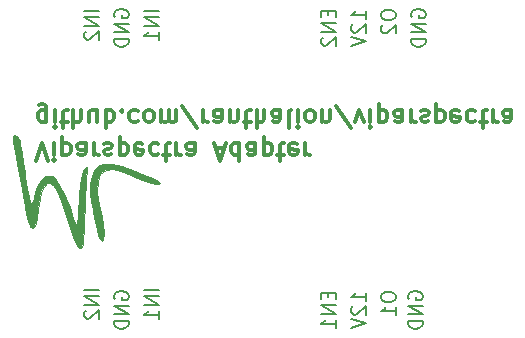
<source format=gbr>
G04 #@! TF.GenerationSoftware,KiCad,Pcbnew,(5.0.1)-3*
G04 #@! TF.CreationDate,2020-03-18T22:13:10-04:00*
G04 #@! TF.ProjectId,viparspectra-adapter,7669706172737065637472612D616461,rev?*
G04 #@! TF.SameCoordinates,Original*
G04 #@! TF.FileFunction,Legend,Bot*
G04 #@! TF.FilePolarity,Positive*
%FSLAX46Y46*%
G04 Gerber Fmt 4.6, Leading zero omitted, Abs format (unit mm)*
G04 Created by KiCad (PCBNEW (5.0.1)-3) date 3/18/2020 10:13:11 PM*
%MOMM*%
%LPD*%
G01*
G04 APERTURE LIST*
%ADD10C,0.300000*%
%ADD11C,0.200000*%
%ADD12C,0.010000*%
G04 APERTURE END LIST*
D10*
X132026857Y-79569428D02*
X132026857Y-78355142D01*
X131955428Y-78212285D01*
X131884000Y-78140857D01*
X131741142Y-78069428D01*
X131526857Y-78069428D01*
X131384000Y-78140857D01*
X132026857Y-78640857D02*
X131884000Y-78569428D01*
X131598285Y-78569428D01*
X131455428Y-78640857D01*
X131384000Y-78712285D01*
X131312571Y-78855142D01*
X131312571Y-79283714D01*
X131384000Y-79426571D01*
X131455428Y-79498000D01*
X131598285Y-79569428D01*
X131884000Y-79569428D01*
X132026857Y-79498000D01*
X132741142Y-78569428D02*
X132741142Y-79569428D01*
X132741142Y-80069428D02*
X132669714Y-79998000D01*
X132741142Y-79926571D01*
X132812571Y-79998000D01*
X132741142Y-80069428D01*
X132741142Y-79926571D01*
X133241142Y-79569428D02*
X133812571Y-79569428D01*
X133455428Y-80069428D02*
X133455428Y-78783714D01*
X133526857Y-78640857D01*
X133669714Y-78569428D01*
X133812571Y-78569428D01*
X134312571Y-78569428D02*
X134312571Y-80069428D01*
X134955428Y-78569428D02*
X134955428Y-79355142D01*
X134884000Y-79498000D01*
X134741142Y-79569428D01*
X134526857Y-79569428D01*
X134384000Y-79498000D01*
X134312571Y-79426571D01*
X136312571Y-79569428D02*
X136312571Y-78569428D01*
X135669714Y-79569428D02*
X135669714Y-78783714D01*
X135741142Y-78640857D01*
X135884000Y-78569428D01*
X136098285Y-78569428D01*
X136241142Y-78640857D01*
X136312571Y-78712285D01*
X137026857Y-78569428D02*
X137026857Y-80069428D01*
X137026857Y-79498000D02*
X137169714Y-79569428D01*
X137455428Y-79569428D01*
X137598285Y-79498000D01*
X137669714Y-79426571D01*
X137741142Y-79283714D01*
X137741142Y-78855142D01*
X137669714Y-78712285D01*
X137598285Y-78640857D01*
X137455428Y-78569428D01*
X137169714Y-78569428D01*
X137026857Y-78640857D01*
X138384000Y-78712285D02*
X138455428Y-78640857D01*
X138384000Y-78569428D01*
X138312571Y-78640857D01*
X138384000Y-78712285D01*
X138384000Y-78569428D01*
X139741142Y-78640857D02*
X139598285Y-78569428D01*
X139312571Y-78569428D01*
X139169714Y-78640857D01*
X139098285Y-78712285D01*
X139026857Y-78855142D01*
X139026857Y-79283714D01*
X139098285Y-79426571D01*
X139169714Y-79498000D01*
X139312571Y-79569428D01*
X139598285Y-79569428D01*
X139741142Y-79498000D01*
X140598285Y-78569428D02*
X140455428Y-78640857D01*
X140384000Y-78712285D01*
X140312571Y-78855142D01*
X140312571Y-79283714D01*
X140384000Y-79426571D01*
X140455428Y-79498000D01*
X140598285Y-79569428D01*
X140812571Y-79569428D01*
X140955428Y-79498000D01*
X141026857Y-79426571D01*
X141098285Y-79283714D01*
X141098285Y-78855142D01*
X141026857Y-78712285D01*
X140955428Y-78640857D01*
X140812571Y-78569428D01*
X140598285Y-78569428D01*
X141741142Y-78569428D02*
X141741142Y-79569428D01*
X141741142Y-79426571D02*
X141812571Y-79498000D01*
X141955428Y-79569428D01*
X142169714Y-79569428D01*
X142312571Y-79498000D01*
X142384000Y-79355142D01*
X142384000Y-78569428D01*
X142384000Y-79355142D02*
X142455428Y-79498000D01*
X142598285Y-79569428D01*
X142812571Y-79569428D01*
X142955428Y-79498000D01*
X143026857Y-79355142D01*
X143026857Y-78569428D01*
X144812571Y-80140857D02*
X143526857Y-78212285D01*
X145312571Y-78569428D02*
X145312571Y-79569428D01*
X145312571Y-79283714D02*
X145384000Y-79426571D01*
X145455428Y-79498000D01*
X145598285Y-79569428D01*
X145741142Y-79569428D01*
X146884000Y-78569428D02*
X146884000Y-79355142D01*
X146812571Y-79498000D01*
X146669714Y-79569428D01*
X146384000Y-79569428D01*
X146241142Y-79498000D01*
X146884000Y-78640857D02*
X146741142Y-78569428D01*
X146384000Y-78569428D01*
X146241142Y-78640857D01*
X146169714Y-78783714D01*
X146169714Y-78926571D01*
X146241142Y-79069428D01*
X146384000Y-79140857D01*
X146741142Y-79140857D01*
X146884000Y-79212285D01*
X147598285Y-79569428D02*
X147598285Y-78569428D01*
X147598285Y-79426571D02*
X147669714Y-79498000D01*
X147812571Y-79569428D01*
X148026857Y-79569428D01*
X148169714Y-79498000D01*
X148241142Y-79355142D01*
X148241142Y-78569428D01*
X148741142Y-79569428D02*
X149312571Y-79569428D01*
X148955428Y-80069428D02*
X148955428Y-78783714D01*
X149026857Y-78640857D01*
X149169714Y-78569428D01*
X149312571Y-78569428D01*
X149812571Y-78569428D02*
X149812571Y-80069428D01*
X150455428Y-78569428D02*
X150455428Y-79355142D01*
X150384000Y-79498000D01*
X150241142Y-79569428D01*
X150026857Y-79569428D01*
X149884000Y-79498000D01*
X149812571Y-79426571D01*
X151812571Y-78569428D02*
X151812571Y-79355142D01*
X151741142Y-79498000D01*
X151598285Y-79569428D01*
X151312571Y-79569428D01*
X151169714Y-79498000D01*
X151812571Y-78640857D02*
X151669714Y-78569428D01*
X151312571Y-78569428D01*
X151169714Y-78640857D01*
X151098285Y-78783714D01*
X151098285Y-78926571D01*
X151169714Y-79069428D01*
X151312571Y-79140857D01*
X151669714Y-79140857D01*
X151812571Y-79212285D01*
X152741142Y-78569428D02*
X152598285Y-78640857D01*
X152526857Y-78783714D01*
X152526857Y-80069428D01*
X153312571Y-78569428D02*
X153312571Y-79569428D01*
X153312571Y-80069428D02*
X153241142Y-79998000D01*
X153312571Y-79926571D01*
X153384000Y-79998000D01*
X153312571Y-80069428D01*
X153312571Y-79926571D01*
X154241142Y-78569428D02*
X154098285Y-78640857D01*
X154026857Y-78712285D01*
X153955428Y-78855142D01*
X153955428Y-79283714D01*
X154026857Y-79426571D01*
X154098285Y-79498000D01*
X154241142Y-79569428D01*
X154455428Y-79569428D01*
X154598285Y-79498000D01*
X154669714Y-79426571D01*
X154741142Y-79283714D01*
X154741142Y-78855142D01*
X154669714Y-78712285D01*
X154598285Y-78640857D01*
X154455428Y-78569428D01*
X154241142Y-78569428D01*
X155384000Y-79569428D02*
X155384000Y-78569428D01*
X155384000Y-79426571D02*
X155455428Y-79498000D01*
X155598285Y-79569428D01*
X155812571Y-79569428D01*
X155955428Y-79498000D01*
X156026857Y-79355142D01*
X156026857Y-78569428D01*
X157812571Y-80140857D02*
X156526857Y-78212285D01*
X158169714Y-79569428D02*
X158526857Y-78569428D01*
X158884000Y-79569428D01*
X159455428Y-78569428D02*
X159455428Y-79569428D01*
X159455428Y-80069428D02*
X159384000Y-79998000D01*
X159455428Y-79926571D01*
X159526857Y-79998000D01*
X159455428Y-80069428D01*
X159455428Y-79926571D01*
X160169714Y-79569428D02*
X160169714Y-78069428D01*
X160169714Y-79498000D02*
X160312571Y-79569428D01*
X160598285Y-79569428D01*
X160741142Y-79498000D01*
X160812571Y-79426571D01*
X160884000Y-79283714D01*
X160884000Y-78855142D01*
X160812571Y-78712285D01*
X160741142Y-78640857D01*
X160598285Y-78569428D01*
X160312571Y-78569428D01*
X160169714Y-78640857D01*
X162169714Y-78569428D02*
X162169714Y-79355142D01*
X162098285Y-79498000D01*
X161955428Y-79569428D01*
X161669714Y-79569428D01*
X161526857Y-79498000D01*
X162169714Y-78640857D02*
X162026857Y-78569428D01*
X161669714Y-78569428D01*
X161526857Y-78640857D01*
X161455428Y-78783714D01*
X161455428Y-78926571D01*
X161526857Y-79069428D01*
X161669714Y-79140857D01*
X162026857Y-79140857D01*
X162169714Y-79212285D01*
X162884000Y-78569428D02*
X162884000Y-79569428D01*
X162884000Y-79283714D02*
X162955428Y-79426571D01*
X163026857Y-79498000D01*
X163169714Y-79569428D01*
X163312571Y-79569428D01*
X163741142Y-78640857D02*
X163884000Y-78569428D01*
X164169714Y-78569428D01*
X164312571Y-78640857D01*
X164384000Y-78783714D01*
X164384000Y-78855142D01*
X164312571Y-78998000D01*
X164169714Y-79069428D01*
X163955428Y-79069428D01*
X163812571Y-79140857D01*
X163741142Y-79283714D01*
X163741142Y-79355142D01*
X163812571Y-79498000D01*
X163955428Y-79569428D01*
X164169714Y-79569428D01*
X164312571Y-79498000D01*
X165026857Y-79569428D02*
X165026857Y-78069428D01*
X165026857Y-79498000D02*
X165169714Y-79569428D01*
X165455428Y-79569428D01*
X165598285Y-79498000D01*
X165669714Y-79426571D01*
X165741142Y-79283714D01*
X165741142Y-78855142D01*
X165669714Y-78712285D01*
X165598285Y-78640857D01*
X165455428Y-78569428D01*
X165169714Y-78569428D01*
X165026857Y-78640857D01*
X166955428Y-78640857D02*
X166812571Y-78569428D01*
X166526857Y-78569428D01*
X166384000Y-78640857D01*
X166312571Y-78783714D01*
X166312571Y-79355142D01*
X166384000Y-79498000D01*
X166526857Y-79569428D01*
X166812571Y-79569428D01*
X166955428Y-79498000D01*
X167026857Y-79355142D01*
X167026857Y-79212285D01*
X166312571Y-79069428D01*
X168312571Y-78640857D02*
X168169714Y-78569428D01*
X167884000Y-78569428D01*
X167741142Y-78640857D01*
X167669714Y-78712285D01*
X167598285Y-78855142D01*
X167598285Y-79283714D01*
X167669714Y-79426571D01*
X167741142Y-79498000D01*
X167884000Y-79569428D01*
X168169714Y-79569428D01*
X168312571Y-79498000D01*
X168741142Y-79569428D02*
X169312571Y-79569428D01*
X168955428Y-80069428D02*
X168955428Y-78783714D01*
X169026857Y-78640857D01*
X169169714Y-78569428D01*
X169312571Y-78569428D01*
X169812571Y-78569428D02*
X169812571Y-79569428D01*
X169812571Y-79283714D02*
X169884000Y-79426571D01*
X169955428Y-79498000D01*
X170098285Y-79569428D01*
X170241142Y-79569428D01*
X171384000Y-78569428D02*
X171384000Y-79355142D01*
X171312571Y-79498000D01*
X171169714Y-79569428D01*
X170884000Y-79569428D01*
X170741142Y-79498000D01*
X171384000Y-78640857D02*
X171241142Y-78569428D01*
X170884000Y-78569428D01*
X170741142Y-78640857D01*
X170669714Y-78783714D01*
X170669714Y-78926571D01*
X170741142Y-79069428D01*
X170884000Y-79140857D01*
X171241142Y-79140857D01*
X171384000Y-79212285D01*
X131140857Y-82863428D02*
X131640857Y-81363428D01*
X132140857Y-82863428D01*
X132640857Y-81363428D02*
X132640857Y-82363428D01*
X132640857Y-82863428D02*
X132569428Y-82792000D01*
X132640857Y-82720571D01*
X132712285Y-82792000D01*
X132640857Y-82863428D01*
X132640857Y-82720571D01*
X133355142Y-82363428D02*
X133355142Y-80863428D01*
X133355142Y-82292000D02*
X133498000Y-82363428D01*
X133783714Y-82363428D01*
X133926571Y-82292000D01*
X133998000Y-82220571D01*
X134069428Y-82077714D01*
X134069428Y-81649142D01*
X133998000Y-81506285D01*
X133926571Y-81434857D01*
X133783714Y-81363428D01*
X133498000Y-81363428D01*
X133355142Y-81434857D01*
X135355142Y-81363428D02*
X135355142Y-82149142D01*
X135283714Y-82292000D01*
X135140857Y-82363428D01*
X134855142Y-82363428D01*
X134712285Y-82292000D01*
X135355142Y-81434857D02*
X135212285Y-81363428D01*
X134855142Y-81363428D01*
X134712285Y-81434857D01*
X134640857Y-81577714D01*
X134640857Y-81720571D01*
X134712285Y-81863428D01*
X134855142Y-81934857D01*
X135212285Y-81934857D01*
X135355142Y-82006285D01*
X136069428Y-81363428D02*
X136069428Y-82363428D01*
X136069428Y-82077714D02*
X136140857Y-82220571D01*
X136212285Y-82292000D01*
X136355142Y-82363428D01*
X136498000Y-82363428D01*
X136926571Y-81434857D02*
X137069428Y-81363428D01*
X137355142Y-81363428D01*
X137498000Y-81434857D01*
X137569428Y-81577714D01*
X137569428Y-81649142D01*
X137498000Y-81792000D01*
X137355142Y-81863428D01*
X137140857Y-81863428D01*
X136998000Y-81934857D01*
X136926571Y-82077714D01*
X136926571Y-82149142D01*
X136998000Y-82292000D01*
X137140857Y-82363428D01*
X137355142Y-82363428D01*
X137498000Y-82292000D01*
X138212285Y-82363428D02*
X138212285Y-80863428D01*
X138212285Y-82292000D02*
X138355142Y-82363428D01*
X138640857Y-82363428D01*
X138783714Y-82292000D01*
X138855142Y-82220571D01*
X138926571Y-82077714D01*
X138926571Y-81649142D01*
X138855142Y-81506285D01*
X138783714Y-81434857D01*
X138640857Y-81363428D01*
X138355142Y-81363428D01*
X138212285Y-81434857D01*
X140140857Y-81434857D02*
X139998000Y-81363428D01*
X139712285Y-81363428D01*
X139569428Y-81434857D01*
X139498000Y-81577714D01*
X139498000Y-82149142D01*
X139569428Y-82292000D01*
X139712285Y-82363428D01*
X139998000Y-82363428D01*
X140140857Y-82292000D01*
X140212285Y-82149142D01*
X140212285Y-82006285D01*
X139498000Y-81863428D01*
X141498000Y-81434857D02*
X141355142Y-81363428D01*
X141069428Y-81363428D01*
X140926571Y-81434857D01*
X140855142Y-81506285D01*
X140783714Y-81649142D01*
X140783714Y-82077714D01*
X140855142Y-82220571D01*
X140926571Y-82292000D01*
X141069428Y-82363428D01*
X141355142Y-82363428D01*
X141498000Y-82292000D01*
X141926571Y-82363428D02*
X142498000Y-82363428D01*
X142140857Y-82863428D02*
X142140857Y-81577714D01*
X142212285Y-81434857D01*
X142355142Y-81363428D01*
X142498000Y-81363428D01*
X142998000Y-81363428D02*
X142998000Y-82363428D01*
X142998000Y-82077714D02*
X143069428Y-82220571D01*
X143140857Y-82292000D01*
X143283714Y-82363428D01*
X143426571Y-82363428D01*
X144569428Y-81363428D02*
X144569428Y-82149142D01*
X144498000Y-82292000D01*
X144355142Y-82363428D01*
X144069428Y-82363428D01*
X143926571Y-82292000D01*
X144569428Y-81434857D02*
X144426571Y-81363428D01*
X144069428Y-81363428D01*
X143926571Y-81434857D01*
X143855142Y-81577714D01*
X143855142Y-81720571D01*
X143926571Y-81863428D01*
X144069428Y-81934857D01*
X144426571Y-81934857D01*
X144569428Y-82006285D01*
X146355142Y-81792000D02*
X147069428Y-81792000D01*
X146212285Y-81363428D02*
X146712285Y-82863428D01*
X147212285Y-81363428D01*
X148355142Y-81363428D02*
X148355142Y-82863428D01*
X148355142Y-81434857D02*
X148212285Y-81363428D01*
X147926571Y-81363428D01*
X147783714Y-81434857D01*
X147712285Y-81506285D01*
X147640857Y-81649142D01*
X147640857Y-82077714D01*
X147712285Y-82220571D01*
X147783714Y-82292000D01*
X147926571Y-82363428D01*
X148212285Y-82363428D01*
X148355142Y-82292000D01*
X149712285Y-81363428D02*
X149712285Y-82149142D01*
X149640857Y-82292000D01*
X149498000Y-82363428D01*
X149212285Y-82363428D01*
X149069428Y-82292000D01*
X149712285Y-81434857D02*
X149569428Y-81363428D01*
X149212285Y-81363428D01*
X149069428Y-81434857D01*
X148998000Y-81577714D01*
X148998000Y-81720571D01*
X149069428Y-81863428D01*
X149212285Y-81934857D01*
X149569428Y-81934857D01*
X149712285Y-82006285D01*
X150426571Y-82363428D02*
X150426571Y-80863428D01*
X150426571Y-82292000D02*
X150569428Y-82363428D01*
X150855142Y-82363428D01*
X150998000Y-82292000D01*
X151069428Y-82220571D01*
X151140857Y-82077714D01*
X151140857Y-81649142D01*
X151069428Y-81506285D01*
X150998000Y-81434857D01*
X150855142Y-81363428D01*
X150569428Y-81363428D01*
X150426571Y-81434857D01*
X151569428Y-82363428D02*
X152140857Y-82363428D01*
X151783714Y-82863428D02*
X151783714Y-81577714D01*
X151855142Y-81434857D01*
X151998000Y-81363428D01*
X152140857Y-81363428D01*
X153212285Y-81434857D02*
X153069428Y-81363428D01*
X152783714Y-81363428D01*
X152640857Y-81434857D01*
X152569428Y-81577714D01*
X152569428Y-82149142D01*
X152640857Y-82292000D01*
X152783714Y-82363428D01*
X153069428Y-82363428D01*
X153212285Y-82292000D01*
X153283714Y-82149142D01*
X153283714Y-82006285D01*
X152569428Y-81863428D01*
X153926571Y-81363428D02*
X153926571Y-82363428D01*
X153926571Y-82077714D02*
X153998000Y-82220571D01*
X154069428Y-82292000D01*
X154212285Y-82363428D01*
X154355142Y-82363428D01*
D11*
X155870285Y-94046857D02*
X155870285Y-94446857D01*
X156498857Y-94618285D02*
X156498857Y-94046857D01*
X155298857Y-94046857D01*
X155298857Y-94618285D01*
X156498857Y-95132571D02*
X155298857Y-95132571D01*
X156498857Y-95818285D01*
X155298857Y-95818285D01*
X156498857Y-97018285D02*
X156498857Y-96332571D01*
X156498857Y-96675428D02*
X155298857Y-96675428D01*
X155470285Y-96561142D01*
X155584571Y-96446857D01*
X155641714Y-96332571D01*
X155870285Y-70170857D02*
X155870285Y-70570857D01*
X156498857Y-70742285D02*
X156498857Y-70170857D01*
X155298857Y-70170857D01*
X155298857Y-70742285D01*
X156498857Y-71256571D02*
X155298857Y-71256571D01*
X156498857Y-71942285D01*
X155298857Y-71942285D01*
X155413142Y-72456571D02*
X155356000Y-72513714D01*
X155298857Y-72628000D01*
X155298857Y-72913714D01*
X155356000Y-73028000D01*
X155413142Y-73085142D01*
X155527428Y-73142285D01*
X155641714Y-73142285D01*
X155813142Y-73085142D01*
X156498857Y-72399428D01*
X156498857Y-73142285D01*
X159038857Y-70885142D02*
X159038857Y-70199428D01*
X159038857Y-70542285D02*
X157838857Y-70542285D01*
X158010285Y-70428000D01*
X158124571Y-70313714D01*
X158181714Y-70199428D01*
X157953142Y-71342285D02*
X157896000Y-71399428D01*
X157838857Y-71513714D01*
X157838857Y-71799428D01*
X157896000Y-71913714D01*
X157953142Y-71970857D01*
X158067428Y-72028000D01*
X158181714Y-72028000D01*
X158353142Y-71970857D01*
X159038857Y-71285142D01*
X159038857Y-72028000D01*
X157838857Y-72370857D02*
X159038857Y-72770857D01*
X157838857Y-73170857D01*
X159038857Y-94761142D02*
X159038857Y-94075428D01*
X159038857Y-94418285D02*
X157838857Y-94418285D01*
X158010285Y-94304000D01*
X158124571Y-94189714D01*
X158181714Y-94075428D01*
X157953142Y-95218285D02*
X157896000Y-95275428D01*
X157838857Y-95389714D01*
X157838857Y-95675428D01*
X157896000Y-95789714D01*
X157953142Y-95846857D01*
X158067428Y-95904000D01*
X158181714Y-95904000D01*
X158353142Y-95846857D01*
X159038857Y-95161142D01*
X159038857Y-95904000D01*
X157838857Y-96246857D02*
X159038857Y-96646857D01*
X157838857Y-97046857D01*
X160378857Y-70434285D02*
X160378857Y-70662857D01*
X160436000Y-70777142D01*
X160550285Y-70891428D01*
X160778857Y-70948571D01*
X161178857Y-70948571D01*
X161407428Y-70891428D01*
X161521714Y-70777142D01*
X161578857Y-70662857D01*
X161578857Y-70434285D01*
X161521714Y-70320000D01*
X161407428Y-70205714D01*
X161178857Y-70148571D01*
X160778857Y-70148571D01*
X160550285Y-70205714D01*
X160436000Y-70320000D01*
X160378857Y-70434285D01*
X160493142Y-71405714D02*
X160436000Y-71462857D01*
X160378857Y-71577142D01*
X160378857Y-71862857D01*
X160436000Y-71977142D01*
X160493142Y-72034285D01*
X160607428Y-72091428D01*
X160721714Y-72091428D01*
X160893142Y-72034285D01*
X161578857Y-71348571D01*
X161578857Y-72091428D01*
X160378857Y-94310285D02*
X160378857Y-94538857D01*
X160436000Y-94653142D01*
X160550285Y-94767428D01*
X160778857Y-94824571D01*
X161178857Y-94824571D01*
X161407428Y-94767428D01*
X161521714Y-94653142D01*
X161578857Y-94538857D01*
X161578857Y-94310285D01*
X161521714Y-94196000D01*
X161407428Y-94081714D01*
X161178857Y-94024571D01*
X160778857Y-94024571D01*
X160550285Y-94081714D01*
X160436000Y-94196000D01*
X160378857Y-94310285D01*
X161578857Y-95967428D02*
X161578857Y-95281714D01*
X161578857Y-95624571D02*
X160378857Y-95624571D01*
X160550285Y-95510285D01*
X160664571Y-95396000D01*
X160721714Y-95281714D01*
X162722000Y-94589714D02*
X162664857Y-94475428D01*
X162664857Y-94304000D01*
X162722000Y-94132571D01*
X162836285Y-94018285D01*
X162950571Y-93961142D01*
X163179142Y-93904000D01*
X163350571Y-93904000D01*
X163579142Y-93961142D01*
X163693428Y-94018285D01*
X163807714Y-94132571D01*
X163864857Y-94304000D01*
X163864857Y-94418285D01*
X163807714Y-94589714D01*
X163750571Y-94646857D01*
X163350571Y-94646857D01*
X163350571Y-94418285D01*
X163864857Y-95161142D02*
X162664857Y-95161142D01*
X163864857Y-95846857D01*
X162664857Y-95846857D01*
X163864857Y-96418285D02*
X162664857Y-96418285D01*
X162664857Y-96704000D01*
X162722000Y-96875428D01*
X162836285Y-96989714D01*
X162950571Y-97046857D01*
X163179142Y-97104000D01*
X163350571Y-97104000D01*
X163579142Y-97046857D01*
X163693428Y-96989714D01*
X163807714Y-96875428D01*
X163864857Y-96704000D01*
X163864857Y-96418285D01*
X162976000Y-70713714D02*
X162918857Y-70599428D01*
X162918857Y-70428000D01*
X162976000Y-70256571D01*
X163090285Y-70142285D01*
X163204571Y-70085142D01*
X163433142Y-70028000D01*
X163604571Y-70028000D01*
X163833142Y-70085142D01*
X163947428Y-70142285D01*
X164061714Y-70256571D01*
X164118857Y-70428000D01*
X164118857Y-70542285D01*
X164061714Y-70713714D01*
X164004571Y-70770857D01*
X163604571Y-70770857D01*
X163604571Y-70542285D01*
X164118857Y-71285142D02*
X162918857Y-71285142D01*
X164118857Y-71970857D01*
X162918857Y-71970857D01*
X164118857Y-72542285D02*
X162918857Y-72542285D01*
X162918857Y-72828000D01*
X162976000Y-72999428D01*
X163090285Y-73113714D01*
X163204571Y-73170857D01*
X163433142Y-73228000D01*
X163604571Y-73228000D01*
X163833142Y-73170857D01*
X163947428Y-73113714D01*
X164061714Y-72999428D01*
X164118857Y-72828000D01*
X164118857Y-72542285D01*
X137830000Y-70713714D02*
X137772857Y-70599428D01*
X137772857Y-70428000D01*
X137830000Y-70256571D01*
X137944285Y-70142285D01*
X138058571Y-70085142D01*
X138287142Y-70028000D01*
X138458571Y-70028000D01*
X138687142Y-70085142D01*
X138801428Y-70142285D01*
X138915714Y-70256571D01*
X138972857Y-70428000D01*
X138972857Y-70542285D01*
X138915714Y-70713714D01*
X138858571Y-70770857D01*
X138458571Y-70770857D01*
X138458571Y-70542285D01*
X138972857Y-71285142D02*
X137772857Y-71285142D01*
X138972857Y-71970857D01*
X137772857Y-71970857D01*
X138972857Y-72542285D02*
X137772857Y-72542285D01*
X137772857Y-72828000D01*
X137830000Y-72999428D01*
X137944285Y-73113714D01*
X138058571Y-73170857D01*
X138287142Y-73228000D01*
X138458571Y-73228000D01*
X138687142Y-73170857D01*
X138801428Y-73113714D01*
X138915714Y-72999428D01*
X138972857Y-72828000D01*
X138972857Y-72542285D01*
X141512857Y-70174000D02*
X140312857Y-70174000D01*
X141512857Y-70745428D02*
X140312857Y-70745428D01*
X141512857Y-71431142D01*
X140312857Y-71431142D01*
X141512857Y-72631142D02*
X141512857Y-71945428D01*
X141512857Y-72288285D02*
X140312857Y-72288285D01*
X140484285Y-72174000D01*
X140598571Y-72059714D01*
X140655714Y-71945428D01*
X137830000Y-94589714D02*
X137772857Y-94475428D01*
X137772857Y-94304000D01*
X137830000Y-94132571D01*
X137944285Y-94018285D01*
X138058571Y-93961142D01*
X138287142Y-93904000D01*
X138458571Y-93904000D01*
X138687142Y-93961142D01*
X138801428Y-94018285D01*
X138915714Y-94132571D01*
X138972857Y-94304000D01*
X138972857Y-94418285D01*
X138915714Y-94589714D01*
X138858571Y-94646857D01*
X138458571Y-94646857D01*
X138458571Y-94418285D01*
X138972857Y-95161142D02*
X137772857Y-95161142D01*
X138972857Y-95846857D01*
X137772857Y-95846857D01*
X138972857Y-96418285D02*
X137772857Y-96418285D01*
X137772857Y-96704000D01*
X137830000Y-96875428D01*
X137944285Y-96989714D01*
X138058571Y-97046857D01*
X138287142Y-97104000D01*
X138458571Y-97104000D01*
X138687142Y-97046857D01*
X138801428Y-96989714D01*
X138915714Y-96875428D01*
X138972857Y-96704000D01*
X138972857Y-96418285D01*
X141512857Y-93796000D02*
X140312857Y-93796000D01*
X141512857Y-94367428D02*
X140312857Y-94367428D01*
X141512857Y-95053142D01*
X140312857Y-95053142D01*
X141512857Y-96253142D02*
X141512857Y-95567428D01*
X141512857Y-95910285D02*
X140312857Y-95910285D01*
X140484285Y-95796000D01*
X140598571Y-95681714D01*
X140655714Y-95567428D01*
X136432857Y-93796000D02*
X135232857Y-93796000D01*
X136432857Y-94367428D02*
X135232857Y-94367428D01*
X136432857Y-95053142D01*
X135232857Y-95053142D01*
X135347142Y-95567428D02*
X135290000Y-95624571D01*
X135232857Y-95738857D01*
X135232857Y-96024571D01*
X135290000Y-96138857D01*
X135347142Y-96196000D01*
X135461428Y-96253142D01*
X135575714Y-96253142D01*
X135747142Y-96196000D01*
X136432857Y-95510285D01*
X136432857Y-96253142D01*
X136432857Y-70174000D02*
X135232857Y-70174000D01*
X136432857Y-70745428D02*
X135232857Y-70745428D01*
X136432857Y-71431142D01*
X135232857Y-71431142D01*
X135347142Y-71945428D02*
X135290000Y-72002571D01*
X135232857Y-72116857D01*
X135232857Y-72402571D01*
X135290000Y-72516857D01*
X135347142Y-72574000D01*
X135461428Y-72631142D01*
X135575714Y-72631142D01*
X135747142Y-72574000D01*
X136432857Y-71888285D01*
X136432857Y-72631142D01*
D12*
G04 #@! TO.C,G\002A\002A\002A*
G36*
X136835015Y-89478254D02*
X136868479Y-89016381D01*
X136793872Y-88262402D01*
X136612095Y-87229252D01*
X136482201Y-86616098D01*
X136309611Y-85488668D01*
X136348577Y-84621050D01*
X136598860Y-84013902D01*
X137060216Y-83667881D01*
X137596865Y-83579457D01*
X137966870Y-83648161D01*
X138527836Y-83829862D01*
X139169397Y-84087944D01*
X139283609Y-84139087D01*
X140142760Y-84502938D01*
X140838136Y-84742403D01*
X141330800Y-84847280D01*
X141581814Y-84807369D01*
X141605842Y-84747456D01*
X141468782Y-84557744D01*
X141311471Y-84477646D01*
X141034766Y-84369916D01*
X140533615Y-84163220D01*
X139892178Y-83892537D01*
X139502899Y-83725972D01*
X138421497Y-83314572D01*
X137566746Y-83113758D01*
X136906917Y-83118660D01*
X136501670Y-83265327D01*
X136165673Y-83619627D01*
X135895660Y-84194945D01*
X135737945Y-84876449D01*
X135715692Y-85214120D01*
X135746747Y-85639488D01*
X135832911Y-86296507D01*
X135960113Y-87087593D01*
X136080276Y-87742702D01*
X136266526Y-88631718D01*
X136424856Y-89220655D01*
X136566292Y-89543595D01*
X136692579Y-89635086D01*
X136835015Y-89478254D01*
X136835015Y-89478254D01*
G37*
X136835015Y-89478254D02*
X136868479Y-89016381D01*
X136793872Y-88262402D01*
X136612095Y-87229252D01*
X136482201Y-86616098D01*
X136309611Y-85488668D01*
X136348577Y-84621050D01*
X136598860Y-84013902D01*
X137060216Y-83667881D01*
X137596865Y-83579457D01*
X137966870Y-83648161D01*
X138527836Y-83829862D01*
X139169397Y-84087944D01*
X139283609Y-84139087D01*
X140142760Y-84502938D01*
X140838136Y-84742403D01*
X141330800Y-84847280D01*
X141581814Y-84807369D01*
X141605842Y-84747456D01*
X141468782Y-84557744D01*
X141311471Y-84477646D01*
X141034766Y-84369916D01*
X140533615Y-84163220D01*
X139892178Y-83892537D01*
X139502899Y-83725972D01*
X138421497Y-83314572D01*
X137566746Y-83113758D01*
X136906917Y-83118660D01*
X136501670Y-83265327D01*
X136165673Y-83619627D01*
X135895660Y-84194945D01*
X135737945Y-84876449D01*
X135715692Y-85214120D01*
X135746747Y-85639488D01*
X135832911Y-86296507D01*
X135960113Y-87087593D01*
X136080276Y-87742702D01*
X136266526Y-88631718D01*
X136424856Y-89220655D01*
X136566292Y-89543595D01*
X136692579Y-89635086D01*
X136835015Y-89478254D01*
G36*
X134934201Y-90275159D02*
X135031464Y-90149497D01*
X135104962Y-89889944D01*
X135160010Y-89455495D01*
X135201921Y-88805146D01*
X135236009Y-87897892D01*
X135265636Y-86775483D01*
X135295245Y-85824168D01*
X135334852Y-84976418D01*
X135380458Y-84295778D01*
X135428066Y-83845795D01*
X135458817Y-83705616D01*
X135495700Y-83465461D01*
X135426998Y-83411245D01*
X135198082Y-83576025D01*
X135009775Y-84060774D01*
X134865440Y-84851107D01*
X134768437Y-85932636D01*
X134749017Y-86312900D01*
X134706469Y-87083230D01*
X134654517Y-87713182D01*
X134599782Y-88137105D01*
X134549651Y-88289391D01*
X134448286Y-88141351D01*
X134309740Y-87761236D01*
X134216321Y-87430960D01*
X134006499Y-86770042D01*
X133714891Y-86054141D01*
X133380833Y-85359653D01*
X133043663Y-84762975D01*
X132742718Y-84340503D01*
X132539004Y-84173469D01*
X132137295Y-84141353D01*
X131965105Y-84179406D01*
X131646296Y-84442379D01*
X131325592Y-84933340D01*
X131060633Y-85549163D01*
X130934600Y-86023236D01*
X130848321Y-86374758D01*
X130758864Y-86491202D01*
X130659804Y-86353938D01*
X130544716Y-85944336D01*
X130407173Y-85243766D01*
X130240753Y-84233598D01*
X130178805Y-83831775D01*
X130042734Y-82949327D01*
X129918041Y-82160660D01*
X129816419Y-81538331D01*
X129749563Y-81154899D01*
X129738256Y-81098331D01*
X129589660Y-80831705D01*
X129367336Y-80718342D01*
X129191237Y-80792988D01*
X129157524Y-80930119D01*
X129188344Y-81190025D01*
X129277484Y-81746910D01*
X129419060Y-82567517D01*
X129607185Y-83618584D01*
X129835973Y-84866852D01*
X130099539Y-86279061D01*
X130174273Y-86675535D01*
X130324168Y-87397753D01*
X130474249Y-88000058D01*
X130603155Y-88402213D01*
X130664635Y-88517455D01*
X130892264Y-88606993D01*
X131081684Y-88377100D01*
X131235220Y-87822546D01*
X131351987Y-86970216D01*
X131460728Y-86108600D01*
X131598494Y-85508281D01*
X131790260Y-85094157D01*
X132061004Y-84791128D01*
X132082768Y-84772792D01*
X132330845Y-84742516D01*
X132623519Y-85029840D01*
X132962682Y-85638278D01*
X133350226Y-86571346D01*
X133788045Y-87832559D01*
X133873400Y-88098036D01*
X134204757Y-89086480D01*
X134479375Y-89794369D01*
X134690148Y-90204899D01*
X134807860Y-90307934D01*
X134934201Y-90275159D01*
X134934201Y-90275159D01*
G37*
X134934201Y-90275159D02*
X135031464Y-90149497D01*
X135104962Y-89889944D01*
X135160010Y-89455495D01*
X135201921Y-88805146D01*
X135236009Y-87897892D01*
X135265636Y-86775483D01*
X135295245Y-85824168D01*
X135334852Y-84976418D01*
X135380458Y-84295778D01*
X135428066Y-83845795D01*
X135458817Y-83705616D01*
X135495700Y-83465461D01*
X135426998Y-83411245D01*
X135198082Y-83576025D01*
X135009775Y-84060774D01*
X134865440Y-84851107D01*
X134768437Y-85932636D01*
X134749017Y-86312900D01*
X134706469Y-87083230D01*
X134654517Y-87713182D01*
X134599782Y-88137105D01*
X134549651Y-88289391D01*
X134448286Y-88141351D01*
X134309740Y-87761236D01*
X134216321Y-87430960D01*
X134006499Y-86770042D01*
X133714891Y-86054141D01*
X133380833Y-85359653D01*
X133043663Y-84762975D01*
X132742718Y-84340503D01*
X132539004Y-84173469D01*
X132137295Y-84141353D01*
X131965105Y-84179406D01*
X131646296Y-84442379D01*
X131325592Y-84933340D01*
X131060633Y-85549163D01*
X130934600Y-86023236D01*
X130848321Y-86374758D01*
X130758864Y-86491202D01*
X130659804Y-86353938D01*
X130544716Y-85944336D01*
X130407173Y-85243766D01*
X130240753Y-84233598D01*
X130178805Y-83831775D01*
X130042734Y-82949327D01*
X129918041Y-82160660D01*
X129816419Y-81538331D01*
X129749563Y-81154899D01*
X129738256Y-81098331D01*
X129589660Y-80831705D01*
X129367336Y-80718342D01*
X129191237Y-80792988D01*
X129157524Y-80930119D01*
X129188344Y-81190025D01*
X129277484Y-81746910D01*
X129419060Y-82567517D01*
X129607185Y-83618584D01*
X129835973Y-84866852D01*
X130099539Y-86279061D01*
X130174273Y-86675535D01*
X130324168Y-87397753D01*
X130474249Y-88000058D01*
X130603155Y-88402213D01*
X130664635Y-88517455D01*
X130892264Y-88606993D01*
X131081684Y-88377100D01*
X131235220Y-87822546D01*
X131351987Y-86970216D01*
X131460728Y-86108600D01*
X131598494Y-85508281D01*
X131790260Y-85094157D01*
X132061004Y-84791128D01*
X132082768Y-84772792D01*
X132330845Y-84742516D01*
X132623519Y-85029840D01*
X132962682Y-85638278D01*
X133350226Y-86571346D01*
X133788045Y-87832559D01*
X133873400Y-88098036D01*
X134204757Y-89086480D01*
X134479375Y-89794369D01*
X134690148Y-90204899D01*
X134807860Y-90307934D01*
X134934201Y-90275159D01*
G04 #@! TD*
M02*

</source>
